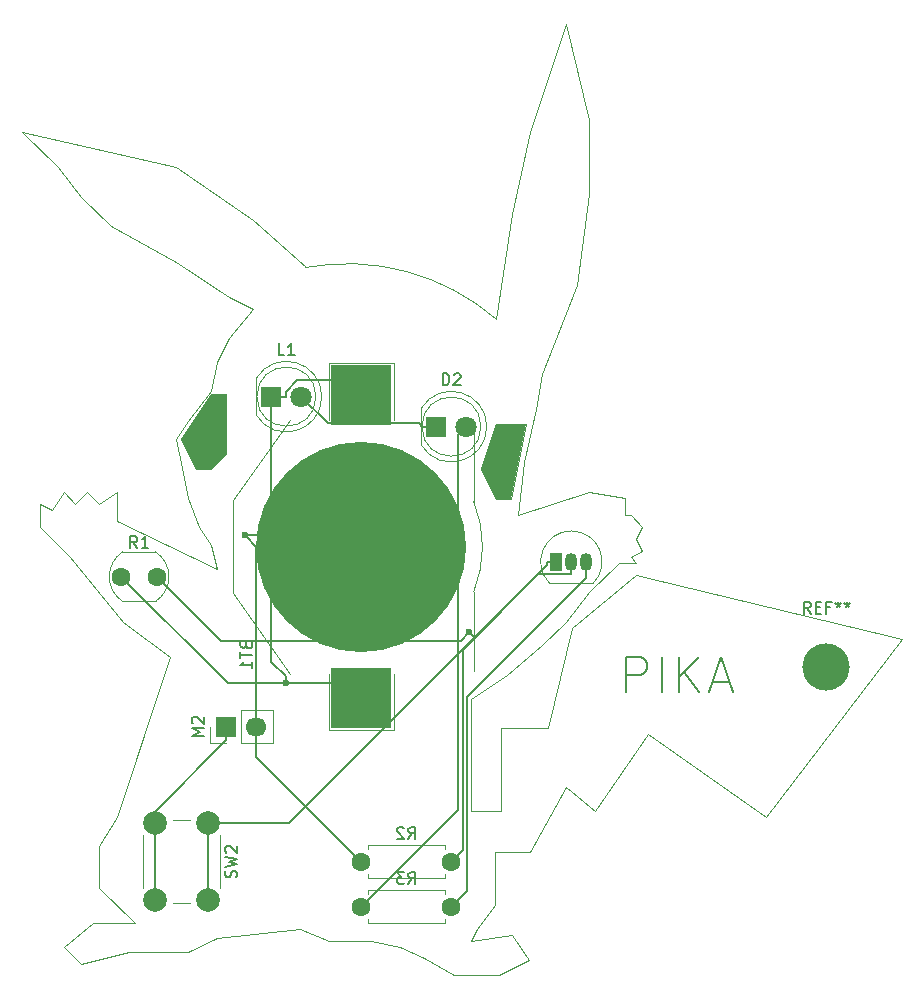
<source format=gbr>
%TF.GenerationSoftware,KiCad,Pcbnew,9.0.2*%
%TF.CreationDate,2025-06-20T04:28:53+05:30*%
%TF.ProjectId,HackSolder,4861636b-536f-46c6-9465-722e6b696361,rev?*%
%TF.SameCoordinates,Original*%
%TF.FileFunction,Soldermask,Bot*%
%TF.FilePolarity,Negative*%
%FSLAX46Y46*%
G04 Gerber Fmt 4.6, Leading zero omitted, Abs format (unit mm)*
G04 Created by KiCad (PCBNEW 9.0.2) date 2025-06-20 04:28:53*
%MOMM*%
%LPD*%
G01*
G04 APERTURE LIST*
%ADD10C,4.000000*%
%ADD11R,1.700000X1.700000*%
%ADD12C,1.700000*%
%ADD13C,1.600000*%
%ADD14C,2.000000*%
%ADD15O,1.050000X1.500000*%
%ADD16R,1.050000X1.500000*%
%ADD17C,1.800000*%
%ADD18R,1.800000X1.800000*%
%ADD19C,17.800000*%
%ADD20R,5.100000X5.100000*%
%TA.AperFunction,ComponentPad*%
%ADD21R,1.700000X1.700000*%
%TD*%
%TA.AperFunction,ComponentPad*%
%ADD22C,1.700000*%
%TD*%
%TA.AperFunction,ComponentPad*%
%ADD23C,1.600000*%
%TD*%
%TA.AperFunction,ComponentPad*%
%ADD24C,2.000000*%
%TD*%
%TA.AperFunction,ComponentPad*%
%ADD25O,1.050000X1.500000*%
%TD*%
%TA.AperFunction,ComponentPad*%
%ADD26R,1.050000X1.500000*%
%TD*%
%TA.AperFunction,ComponentPad*%
%ADD27C,1.800000*%
%TD*%
%TA.AperFunction,ComponentPad*%
%ADD28R,1.800000X1.800000*%
%TD*%
%TA.AperFunction,SMDPad,CuDef*%
%ADD29C,17.800000*%
%TD*%
%TA.AperFunction,SMDPad,CuDef*%
%ADD30R,5.100000X5.100000*%
%TD*%
%TA.AperFunction,ViaPad*%
%ADD31C,0.600000*%
%TD*%
%TA.AperFunction,Conductor*%
%ADD32C,0.200000*%
%TD*%
%ADD33C,0.150000*%
%ADD34C,0.120000*%
%ADD35C,0.200000*%
%ADD36C,0.100000*%
%TA.AperFunction,Profile*%
%ADD37C,0.050000*%
%TD*%
G04 APERTURE END LIST*
D10*
%TO.C,REF\u002A\u002A*%
X186715416Y-103092917D03*
%TD*%
D11*
%TO.C,M2*%
X135915416Y-108172917D03*
D12*
X138455416Y-108172917D03*
%TD*%
D13*
%TO.C,R1*%
X130025416Y-95472917D03*
X127025416Y-95472917D03*
%TD*%
D14*
%TO.C,SW2*%
X134355416Y-116352917D03*
X134355416Y-122852917D03*
X129855416Y-116352917D03*
X129855416Y-122852917D03*
%TD*%
D15*
%TO.C,Q1*%
X166395416Y-94202917D03*
X165125416Y-94202917D03*
D16*
X163855416Y-94202917D03*
%TD*%
D13*
%TO.C,R2*%
X147345416Y-119602917D03*
X154965416Y-119602917D03*
%TD*%
D17*
%TO.C,L1*%
X142265416Y-80232917D03*
D18*
X139725416Y-80232917D03*
%TD*%
D19*
%TO.C,BT1*%
X147345416Y-92932917D03*
D20*
X147345416Y-80132917D03*
X147345416Y-105732917D03*
%TD*%
D18*
%TO.C,D2*%
X153695416Y-82772917D03*
D17*
X156235416Y-82772917D03*
%TD*%
D13*
%TO.C,R3*%
X154965416Y-123412917D03*
X147345416Y-123412917D03*
%TD*%
D21*
%TO.P,M2,1,+*%
%TO.N,Net-(M2-+)*%
X135915416Y-108172917D03*
D22*
%TO.P,M2,2,-*%
%TO.N,GND*%
X138455416Y-108172917D03*
%TD*%
D23*
%TO.P,R1,2*%
%TO.N,Net-(Q1-B)*%
X130025416Y-95472917D03*
%TO.P,R1,1*%
%TO.N,Net-(BT1-+)*%
X127025416Y-95472917D03*
%TD*%
D24*
%TO.P,SW2,1,1*%
%TO.N,Net-(Q1-C)*%
X134355416Y-116352917D03*
X134355416Y-122852917D03*
%TO.P,SW2,2,2*%
%TO.N,Net-(M2-+)*%
X129855416Y-116352917D03*
X129855416Y-122852917D03*
%TD*%
D25*
%TO.P,Q1,3,E*%
%TO.N,Net-(Q1-E)*%
X166395416Y-94202917D03*
%TO.P,Q1,2,B*%
%TO.N,Net-(Q1-B)*%
X165125416Y-94202917D03*
D26*
%TO.P,Q1,1,C*%
%TO.N,Net-(Q1-C)*%
X163855416Y-94202917D03*
%TD*%
D23*
%TO.P,R2,2*%
%TO.N,GND*%
X147345416Y-119602917D03*
%TO.P,R2,1*%
%TO.N,Net-(Q1-B)*%
X154965416Y-119602917D03*
%TD*%
D27*
%TO.P,L1,2,A*%
%TO.N,Net-(D2-K)*%
X142265416Y-80232917D03*
D28*
%TO.P,L1,1,K*%
%TO.N,Net-(BT1-+)*%
X139725416Y-80232917D03*
%TD*%
D29*
%TO.P,BT1,2,-*%
%TO.N,GND*%
X147345416Y-92932917D03*
D30*
%TO.P,BT1,1,+*%
%TO.N,Net-(BT1-+)*%
X147345416Y-80132917D03*
X147345416Y-105732917D03*
%TD*%
D28*
%TO.P,D2,1,K*%
%TO.N,Net-(D2-K)*%
X153695416Y-82772917D03*
D27*
%TO.P,D2,2,A*%
%TO.N,Net-(D2-A)*%
X156235416Y-82772917D03*
%TD*%
D23*
%TO.P,R3,1*%
%TO.N,Net-(Q1-E)*%
X154965416Y-123412917D03*
%TO.P,R3,2*%
%TO.N,Net-(D2-A)*%
X147345416Y-123412917D03*
%TD*%
D31*
%TO.N,Net-(BT1-+)*%
X140945416Y-104462917D03*
%TO.N,GND*%
X137454416Y-91921617D03*
%TO.N,Net-(Q1-B)*%
X156475816Y-100198817D03*
%TD*%
D32*
%TO.N,GND*%
X147086716Y-91921617D02*
X147345416Y-91662917D01*
%TO.N,Net-(Q1-B)*%
X135477916Y-100925417D02*
X130025416Y-95472917D01*
%TO.N,Net-(BT1-+)*%
X139725416Y-80232917D02*
X140927116Y-80232917D01*
%TO.N,Net-(D2-K)*%
X152493716Y-82772917D02*
X152182016Y-82461217D01*
%TO.N,Net-(BT1-+)*%
X140945416Y-103880417D02*
X140945416Y-104462917D01*
X140927116Y-79857417D02*
X140927116Y-80232917D01*
X140945416Y-104462917D02*
X136015416Y-104462917D01*
%TO.N,GND*%
X137923616Y-92390817D02*
X137454416Y-91921617D01*
%TO.N,Net-(Q1-C)*%
X134355416Y-116352917D02*
X141172616Y-116352917D01*
X163028716Y-94496817D02*
X163028716Y-94202917D01*
X141172616Y-116352917D02*
X163028716Y-94496817D01*
%TO.N,Net-(BT1-+)*%
X147345416Y-104462917D02*
X140945416Y-104462917D01*
%TO.N,Net-(D2-K)*%
X144493716Y-82461217D02*
X142265416Y-80232917D01*
%TO.N,Net-(BT1-+)*%
X140945416Y-103880417D02*
X140945416Y-104462917D01*
%TO.N,Net-(D2-K)*%
X153695416Y-82772917D02*
X152493716Y-82772917D01*
X152182016Y-82461217D02*
X144493716Y-82461217D01*
%TO.N,Net-(Q1-C)*%
X163855416Y-94202917D02*
X163028716Y-94202917D01*
%TO.N,Net-(Q1-B)*%
X156475816Y-100198817D02*
X155749216Y-100925417D01*
X155749216Y-100925417D02*
X135477916Y-100925417D01*
%TO.N,Net-(BT1-+)*%
X136015416Y-104462917D02*
X127025416Y-95472917D01*
X147345416Y-78862917D02*
X141921616Y-78862917D01*
%TO.N,GND*%
X137454416Y-91921617D02*
X137923616Y-92390817D01*
%TO.N,Net-(BT1-+)*%
X141921616Y-78862917D02*
X140927116Y-79857417D01*
%TO.N,GND*%
X137454416Y-91921617D02*
X147086716Y-91921617D01*
%TD*%
D20*
%TO.C,BT1*%
X147345416Y-80132917D03*
X147345416Y-105732917D03*
%TD*%
D33*
X151322082Y-117687736D02*
X151655415Y-117211545D01*
X151893510Y-117687736D02*
X151893510Y-116687736D01*
X151893510Y-116687736D02*
X151512558Y-116687736D01*
X151512558Y-116687736D02*
X151417320Y-116735355D01*
X151417320Y-116735355D02*
X151369701Y-116782974D01*
X151369701Y-116782974D02*
X151322082Y-116878212D01*
X151322082Y-116878212D02*
X151322082Y-117021069D01*
X151322082Y-117021069D02*
X151369701Y-117116307D01*
X151369701Y-117116307D02*
X151417320Y-117163926D01*
X151417320Y-117163926D02*
X151512558Y-117211545D01*
X151512558Y-117211545D02*
X151893510Y-117211545D01*
X150941129Y-116782974D02*
X150893510Y-116735355D01*
X150893510Y-116735355D02*
X150798272Y-116687736D01*
X150798272Y-116687736D02*
X150560177Y-116687736D01*
X150560177Y-116687736D02*
X150464939Y-116735355D01*
X150464939Y-116735355D02*
X150417320Y-116782974D01*
X150417320Y-116782974D02*
X150369701Y-116878212D01*
X150369701Y-116878212D02*
X150369701Y-116973450D01*
X150369701Y-116973450D02*
X150417320Y-117116307D01*
X150417320Y-117116307D02*
X150988748Y-117687736D01*
X150988748Y-117687736D02*
X150369701Y-117687736D01*
X137576425Y-101297202D02*
X137624044Y-101440059D01*
X137624044Y-101440059D02*
X137671663Y-101487678D01*
X137671663Y-101487678D02*
X137766901Y-101535297D01*
X137766901Y-101535297D02*
X137909758Y-101535297D01*
X137909758Y-101535297D02*
X138004996Y-101487678D01*
X138004996Y-101487678D02*
X138052616Y-101440059D01*
X138052616Y-101440059D02*
X138100235Y-101344821D01*
X138100235Y-101344821D02*
X138100235Y-100963869D01*
X138100235Y-100963869D02*
X137100235Y-100963869D01*
X137100235Y-100963869D02*
X137100235Y-101297202D01*
X137100235Y-101297202D02*
X137147854Y-101392440D01*
X137147854Y-101392440D02*
X137195473Y-101440059D01*
X137195473Y-101440059D02*
X137290711Y-101487678D01*
X137290711Y-101487678D02*
X137385949Y-101487678D01*
X137385949Y-101487678D02*
X137481187Y-101440059D01*
X137481187Y-101440059D02*
X137528806Y-101392440D01*
X137528806Y-101392440D02*
X137576425Y-101297202D01*
X137576425Y-101297202D02*
X137576425Y-100963869D01*
X137100235Y-101821012D02*
X137100235Y-102392440D01*
X138100235Y-102106726D02*
X137100235Y-102106726D01*
X138100235Y-103249583D02*
X138100235Y-102678155D01*
X138100235Y-102963869D02*
X137100235Y-102963869D01*
X137100235Y-102963869D02*
X137243092Y-102868631D01*
X137243092Y-102868631D02*
X137338330Y-102773393D01*
X137338330Y-102773393D02*
X137385949Y-102678155D01*
X151322082Y-121497736D02*
X151655415Y-121021545D01*
X151893510Y-121497736D02*
X151893510Y-120497736D01*
X151893510Y-120497736D02*
X151512558Y-120497736D01*
X151512558Y-120497736D02*
X151417320Y-120545355D01*
X151417320Y-120545355D02*
X151369701Y-120592974D01*
X151369701Y-120592974D02*
X151322082Y-120688212D01*
X151322082Y-120688212D02*
X151322082Y-120831069D01*
X151322082Y-120831069D02*
X151369701Y-120926307D01*
X151369701Y-120926307D02*
X151417320Y-120973926D01*
X151417320Y-120973926D02*
X151512558Y-121021545D01*
X151512558Y-121021545D02*
X151893510Y-121021545D01*
X150988748Y-120497736D02*
X150369701Y-120497736D01*
X150369701Y-120497736D02*
X150703034Y-120878688D01*
X150703034Y-120878688D02*
X150560177Y-120878688D01*
X150560177Y-120878688D02*
X150464939Y-120926307D01*
X150464939Y-120926307D02*
X150417320Y-120973926D01*
X150417320Y-120973926D02*
X150369701Y-121069164D01*
X150369701Y-121069164D02*
X150369701Y-121307259D01*
X150369701Y-121307259D02*
X150417320Y-121402497D01*
X150417320Y-121402497D02*
X150464939Y-121450117D01*
X150464939Y-121450117D02*
X150560177Y-121497736D01*
X150560177Y-121497736D02*
X150845891Y-121497736D01*
X150845891Y-121497736D02*
X150941129Y-121450117D01*
X150941129Y-121450117D02*
X150988748Y-121402497D01*
D34*
%TO.C,R2*%
X147885416Y-120972917D02*
X147885416Y-120642917D01*
X147885416Y-118232917D02*
X147885416Y-118562917D01*
X154425416Y-120972917D02*
X147885416Y-120972917D01*
X154425416Y-120642917D02*
X154425416Y-120972917D01*
X154425416Y-118562917D02*
X154425416Y-118232917D01*
X154425416Y-118232917D02*
X147885416Y-118232917D01*
%TO.C,BT1*%
X156845416Y-89082917D02*
G75*
G02*
X156846880Y-96779302I-9500000J-3850000D01*
G01*
X144595416Y-77382917D02*
X150095416Y-77382917D01*
X150095416Y-77382917D02*
X150095416Y-82182917D01*
X144595416Y-82182917D02*
X144595416Y-77382917D01*
X156845416Y-82382917D02*
X156845416Y-89082917D01*
X136495416Y-88982917D02*
X141295416Y-82182917D01*
X136495416Y-96882917D02*
X136495416Y-88982917D01*
X156845416Y-103482917D02*
X156845416Y-96782917D01*
X150095416Y-103682917D02*
X150095416Y-108482917D01*
X141295416Y-103732917D02*
X136495416Y-96882917D01*
X144595416Y-108482917D02*
X144595416Y-103682917D01*
X150095416Y-108482917D02*
X144595416Y-108482917D01*
%TO.C,R3*%
X154425416Y-122042917D02*
X147885416Y-122042917D01*
X154425416Y-122372917D02*
X154425416Y-122042917D01*
X154425416Y-124452917D02*
X154425416Y-124782917D01*
X154425416Y-124782917D02*
X147885416Y-124782917D01*
X147885416Y-122042917D02*
X147885416Y-122372917D01*
X147885416Y-124782917D02*
X147885416Y-124452917D01*
%TD*%
D21*
%TO.P,M2,1,+*%
%TO.N,Net-(M2-+)*%
X135915416Y-108172917D03*
D22*
%TO.P,M2,2,-*%
%TO.N,GND*%
X138455416Y-108172917D03*
%TD*%
D23*
%TO.P,R1,2*%
%TO.N,Net-(Q1-B)*%
X130025416Y-95472917D03*
%TO.P,R1,1*%
%TO.N,Net-(BT1-+)*%
X127025416Y-95472917D03*
%TD*%
D24*
%TO.P,SW2,1,1*%
%TO.N,Net-(Q1-C)*%
X134355416Y-116352917D03*
X134355416Y-122852917D03*
%TO.P,SW2,2,2*%
%TO.N,Net-(M2-+)*%
X129855416Y-116352917D03*
X129855416Y-122852917D03*
%TD*%
D25*
%TO.P,Q1,3,E*%
%TO.N,Net-(Q1-E)*%
X166395416Y-94202917D03*
%TO.P,Q1,2,B*%
%TO.N,Net-(Q1-B)*%
X165125416Y-94202917D03*
D26*
%TO.P,Q1,1,C*%
%TO.N,Net-(Q1-C)*%
X163855416Y-94202917D03*
%TD*%
D23*
%TO.P,R2,2*%
%TO.N,GND*%
X147345416Y-119602917D03*
%TO.P,R2,1*%
%TO.N,Net-(Q1-B)*%
X154965416Y-119602917D03*
%TD*%
D27*
%TO.P,L1,2,A*%
%TO.N,Net-(D2-K)*%
X142265416Y-80232917D03*
D28*
%TO.P,L1,1,K*%
%TO.N,Net-(BT1-+)*%
X139725416Y-80232917D03*
%TD*%
%TO.P,D2,1,K*%
%TO.N,Net-(D2-K)*%
X153695416Y-82772917D03*
D27*
%TO.P,D2,2,A*%
%TO.N,Net-(D2-A)*%
X156235416Y-82772917D03*
%TD*%
D23*
%TO.P,R3,1*%
%TO.N,Net-(Q1-E)*%
X154965416Y-123412917D03*
%TO.P,R3,2*%
%TO.N,Net-(D2-A)*%
X147345416Y-123412917D03*
%TD*%
D31*
%TO.N,Net-(BT1-+)*%
X140945416Y-104462917D03*
%TO.N,GND*%
X137454416Y-91921617D03*
%TO.N,Net-(Q1-B)*%
X156475816Y-100198817D03*
%TD*%
D32*
%TO.N,Net-(Q1-B)*%
X156933816Y-100656817D02*
X156475816Y-100198817D01*
%TO.N,Net-(Q1-C)*%
X134355416Y-116352917D02*
X134355416Y-122852917D01*
%TO.N,Net-(BT1-+)*%
X139725416Y-80232917D02*
X139725416Y-102660417D01*
%TO.N,Net-(Q1-B)*%
X155918016Y-118650317D02*
X154965416Y-119602917D01*
%TO.N,Net-(M2-+)*%
X135915416Y-108172917D02*
X135915416Y-109324617D01*
%TO.N,GND*%
X137454416Y-91921617D02*
X137923616Y-92390817D01*
%TO.N,Net-(M2-+)*%
X135915416Y-109324617D02*
X129855416Y-115384617D01*
X129855416Y-115384617D02*
X129855416Y-116352917D01*
%TO.N,GND*%
X138455416Y-110712917D02*
X138455416Y-108172917D01*
%TO.N,Net-(Q1-B)*%
X165125416Y-95254617D02*
X162336016Y-95254617D01*
%TO.N,Net-(M2-+)*%
X129855416Y-116352917D02*
X129855416Y-122852917D01*
%TO.N,Net-(Q1-E)*%
X156319716Y-122058617D02*
X156319716Y-105635417D01*
%TO.N,GND*%
X137923616Y-92390817D02*
X137454416Y-91921617D01*
%TO.N,Net-(Q1-E)*%
X156319716Y-105635417D02*
X166395416Y-95559717D01*
%TO.N,Net-(D2-A)*%
X156235416Y-82772917D02*
X155516316Y-83492017D01*
%TO.N,Net-(Q1-E)*%
X166395416Y-95559717D02*
X166395416Y-94202917D01*
%TO.N,GND*%
X147345416Y-119602917D02*
X138455416Y-110712917D01*
X138455416Y-92922617D02*
X137454416Y-91921617D01*
%TO.N,Net-(D2-A)*%
X155516316Y-115242017D02*
X147345416Y-123412917D01*
%TO.N,Net-(Q1-E)*%
X154965416Y-123412917D02*
X156319716Y-122058617D01*
%TO.N,Net-(Q1-B)*%
X156933816Y-100656817D02*
X155918016Y-101672617D01*
%TO.N,Net-(BT1-+)*%
X140945416Y-103880417D02*
X140945416Y-104462917D01*
%TO.N,GND*%
X138455416Y-108172917D02*
X138455416Y-92922617D01*
%TO.N,Net-(Q1-B)*%
X162336016Y-95254617D02*
X156933816Y-100656817D01*
X155918016Y-101672617D02*
X155918016Y-118650317D01*
%TO.N,Net-(BT1-+)*%
X139725416Y-102660417D02*
X140945416Y-103880417D01*
%TO.N,Net-(D2-A)*%
X155516316Y-83492017D02*
X155516316Y-115242017D01*
%TO.N,Net-(Q1-B)*%
X165125416Y-94202917D02*
X165125416Y-95254617D01*
%TD*%
D10*
%TO.C,REF\u002A\u002A*%
X186715416Y-103092917D03*
%TD*%
D11*
%TO.C,M2*%
X135915416Y-108172917D03*
D12*
X138455416Y-108172917D03*
%TD*%
D13*
%TO.C,R1*%
X130025416Y-95472917D03*
X127025416Y-95472917D03*
%TD*%
D14*
%TO.C,SW2*%
X134355416Y-116352917D03*
X134355416Y-122852917D03*
X129855416Y-116352917D03*
X129855416Y-122852917D03*
%TD*%
D15*
%TO.C,Q1*%
X166395416Y-94202917D03*
X165125416Y-94202917D03*
D16*
X163855416Y-94202917D03*
%TD*%
D13*
%TO.C,R2*%
X147345416Y-119602917D03*
X154965416Y-119602917D03*
%TD*%
D17*
%TO.C,L1*%
X142265416Y-80232917D03*
D18*
X139725416Y-80232917D03*
%TD*%
%TO.C,D2*%
X153695416Y-82772917D03*
D17*
X156235416Y-82772917D03*
%TD*%
D13*
%TO.C,R3*%
X154965416Y-123412917D03*
X147345416Y-123412917D03*
%TD*%
D35*
X169781279Y-105255374D02*
X169781279Y-102255374D01*
X169781279Y-102255374D02*
X170924136Y-102255374D01*
X170924136Y-102255374D02*
X171209851Y-102398231D01*
X171209851Y-102398231D02*
X171352708Y-102541088D01*
X171352708Y-102541088D02*
X171495565Y-102826802D01*
X171495565Y-102826802D02*
X171495565Y-103255374D01*
X171495565Y-103255374D02*
X171352708Y-103541088D01*
X171352708Y-103541088D02*
X171209851Y-103683945D01*
X171209851Y-103683945D02*
X170924136Y-103826802D01*
X170924136Y-103826802D02*
X169781279Y-103826802D01*
X172781279Y-105255374D02*
X172781279Y-102255374D01*
X174209850Y-105255374D02*
X174209850Y-102255374D01*
X175924136Y-105255374D02*
X174638422Y-103541088D01*
X175924136Y-102255374D02*
X174209850Y-103969659D01*
X177066993Y-104398231D02*
X178495565Y-104398231D01*
X176781279Y-105255374D02*
X177781279Y-102255374D01*
X177781279Y-102255374D02*
X178781279Y-105255374D01*
D33*
X185382082Y-98597736D02*
X185048749Y-98121545D01*
X184810654Y-98597736D02*
X184810654Y-97597736D01*
X184810654Y-97597736D02*
X185191606Y-97597736D01*
X185191606Y-97597736D02*
X185286844Y-97645355D01*
X185286844Y-97645355D02*
X185334463Y-97692974D01*
X185334463Y-97692974D02*
X185382082Y-97788212D01*
X185382082Y-97788212D02*
X185382082Y-97931069D01*
X185382082Y-97931069D02*
X185334463Y-98026307D01*
X185334463Y-98026307D02*
X185286844Y-98073926D01*
X185286844Y-98073926D02*
X185191606Y-98121545D01*
X185191606Y-98121545D02*
X184810654Y-98121545D01*
X185810654Y-98073926D02*
X186143987Y-98073926D01*
X186286844Y-98597736D02*
X185810654Y-98597736D01*
X185810654Y-98597736D02*
X185810654Y-97597736D01*
X185810654Y-97597736D02*
X186286844Y-97597736D01*
X187048749Y-98073926D02*
X186715416Y-98073926D01*
X186715416Y-98597736D02*
X186715416Y-97597736D01*
X186715416Y-97597736D02*
X187191606Y-97597736D01*
X187715416Y-97597736D02*
X187715416Y-97835831D01*
X187477321Y-97740593D02*
X187715416Y-97835831D01*
X187715416Y-97835831D02*
X187953511Y-97740593D01*
X187572559Y-98026307D02*
X187715416Y-97835831D01*
X187715416Y-97835831D02*
X187858273Y-98026307D01*
X188477321Y-97597736D02*
X188477321Y-97835831D01*
X188239226Y-97740593D02*
X188477321Y-97835831D01*
X188477321Y-97835831D02*
X188715416Y-97740593D01*
X188334464Y-98026307D02*
X188477321Y-97835831D01*
X188477321Y-97835831D02*
X188620178Y-98026307D01*
X133990235Y-108982440D02*
X132990235Y-108982440D01*
X132990235Y-108982440D02*
X133704520Y-108649107D01*
X133704520Y-108649107D02*
X132990235Y-108315774D01*
X132990235Y-108315774D02*
X133990235Y-108315774D01*
X133085473Y-107887202D02*
X133037854Y-107839583D01*
X133037854Y-107839583D02*
X132990235Y-107744345D01*
X132990235Y-107744345D02*
X132990235Y-107506250D01*
X132990235Y-107506250D02*
X133037854Y-107411012D01*
X133037854Y-107411012D02*
X133085473Y-107363393D01*
X133085473Y-107363393D02*
X133180711Y-107315774D01*
X133180711Y-107315774D02*
X133275949Y-107315774D01*
X133275949Y-107315774D02*
X133418806Y-107363393D01*
X133418806Y-107363393D02*
X133990235Y-107934821D01*
X133990235Y-107934821D02*
X133990235Y-107315774D01*
X128358749Y-93027736D02*
X128025416Y-92551545D01*
X127787321Y-93027736D02*
X127787321Y-92027736D01*
X127787321Y-92027736D02*
X128168273Y-92027736D01*
X128168273Y-92027736D02*
X128263511Y-92075355D01*
X128263511Y-92075355D02*
X128311130Y-92122974D01*
X128311130Y-92122974D02*
X128358749Y-92218212D01*
X128358749Y-92218212D02*
X128358749Y-92361069D01*
X128358749Y-92361069D02*
X128311130Y-92456307D01*
X128311130Y-92456307D02*
X128263511Y-92503926D01*
X128263511Y-92503926D02*
X128168273Y-92551545D01*
X128168273Y-92551545D02*
X127787321Y-92551545D01*
X129311130Y-93027736D02*
X128739702Y-93027736D01*
X129025416Y-93027736D02*
X129025416Y-92027736D01*
X129025416Y-92027736D02*
X128930178Y-92170593D01*
X128930178Y-92170593D02*
X128834940Y-92265831D01*
X128834940Y-92265831D02*
X128739702Y-92313450D01*
X136762616Y-120936249D02*
X136810235Y-120793392D01*
X136810235Y-120793392D02*
X136810235Y-120555297D01*
X136810235Y-120555297D02*
X136762616Y-120460059D01*
X136762616Y-120460059D02*
X136714996Y-120412440D01*
X136714996Y-120412440D02*
X136619758Y-120364821D01*
X136619758Y-120364821D02*
X136524520Y-120364821D01*
X136524520Y-120364821D02*
X136429282Y-120412440D01*
X136429282Y-120412440D02*
X136381663Y-120460059D01*
X136381663Y-120460059D02*
X136334044Y-120555297D01*
X136334044Y-120555297D02*
X136286425Y-120745773D01*
X136286425Y-120745773D02*
X136238806Y-120841011D01*
X136238806Y-120841011D02*
X136191187Y-120888630D01*
X136191187Y-120888630D02*
X136095949Y-120936249D01*
X136095949Y-120936249D02*
X136000711Y-120936249D01*
X136000711Y-120936249D02*
X135905473Y-120888630D01*
X135905473Y-120888630D02*
X135857854Y-120841011D01*
X135857854Y-120841011D02*
X135810235Y-120745773D01*
X135810235Y-120745773D02*
X135810235Y-120507678D01*
X135810235Y-120507678D02*
X135857854Y-120364821D01*
X135810235Y-120031487D02*
X136810235Y-119793392D01*
X136810235Y-119793392D02*
X136095949Y-119602916D01*
X136095949Y-119602916D02*
X136810235Y-119412440D01*
X136810235Y-119412440D02*
X135810235Y-119174345D01*
X135905473Y-118841011D02*
X135857854Y-118793392D01*
X135857854Y-118793392D02*
X135810235Y-118698154D01*
X135810235Y-118698154D02*
X135810235Y-118460059D01*
X135810235Y-118460059D02*
X135857854Y-118364821D01*
X135857854Y-118364821D02*
X135905473Y-118317202D01*
X135905473Y-118317202D02*
X136000711Y-118269583D01*
X136000711Y-118269583D02*
X136095949Y-118269583D01*
X136095949Y-118269583D02*
X136238806Y-118317202D01*
X136238806Y-118317202D02*
X136810235Y-118888630D01*
X136810235Y-118888630D02*
X136810235Y-118269583D01*
X140828749Y-76727736D02*
X140352559Y-76727736D01*
X140352559Y-76727736D02*
X140352559Y-75727736D01*
X141685892Y-76727736D02*
X141114464Y-76727736D01*
X141400178Y-76727736D02*
X141400178Y-75727736D01*
X141400178Y-75727736D02*
X141304940Y-75870593D01*
X141304940Y-75870593D02*
X141209702Y-75965831D01*
X141209702Y-75965831D02*
X141114464Y-76013450D01*
X154227321Y-79267736D02*
X154227321Y-78267736D01*
X154227321Y-78267736D02*
X154465416Y-78267736D01*
X154465416Y-78267736D02*
X154608273Y-78315355D01*
X154608273Y-78315355D02*
X154703511Y-78410593D01*
X154703511Y-78410593D02*
X154751130Y-78505831D01*
X154751130Y-78505831D02*
X154798749Y-78696307D01*
X154798749Y-78696307D02*
X154798749Y-78839164D01*
X154798749Y-78839164D02*
X154751130Y-79029640D01*
X154751130Y-79029640D02*
X154703511Y-79124878D01*
X154703511Y-79124878D02*
X154608273Y-79220117D01*
X154608273Y-79220117D02*
X154465416Y-79267736D01*
X154465416Y-79267736D02*
X154227321Y-79267736D01*
X155179702Y-78362974D02*
X155227321Y-78315355D01*
X155227321Y-78315355D02*
X155322559Y-78267736D01*
X155322559Y-78267736D02*
X155560654Y-78267736D01*
X155560654Y-78267736D02*
X155655892Y-78315355D01*
X155655892Y-78315355D02*
X155703511Y-78362974D01*
X155703511Y-78362974D02*
X155751130Y-78458212D01*
X155751130Y-78458212D02*
X155751130Y-78553450D01*
X155751130Y-78553450D02*
X155703511Y-78696307D01*
X155703511Y-78696307D02*
X155132083Y-79267736D01*
X155132083Y-79267736D02*
X155751130Y-79267736D01*
D34*
%TO.C,M2*%
X134535416Y-109552917D02*
X134535416Y-108172917D01*
X135915416Y-109552917D02*
X134535416Y-109552917D01*
X137185416Y-109552917D02*
X139835416Y-109552917D01*
X137185416Y-109552917D02*
X137185416Y-106792917D01*
X139835416Y-109552917D02*
X139835416Y-106792917D01*
X137185416Y-106792917D02*
X139835416Y-106792917D01*
%TO.C,R1*%
X129925416Y-93372917D02*
G75*
G02*
X129911453Y-97582159I-1400000J-2100000D01*
G01*
X127125416Y-97572917D02*
G75*
G02*
X127139379Y-93363675I1400000J2100000D01*
G01*
X127125416Y-97572917D02*
X129925416Y-97572917D01*
X127125416Y-93372917D02*
X129925416Y-93372917D01*
%TO.C,SW2*%
X132855416Y-116102917D02*
X131355416Y-116102917D01*
X128855416Y-117352917D02*
X128855416Y-121852917D01*
X135355416Y-121852917D02*
X135355416Y-117352917D01*
X131355416Y-123102917D02*
X132855416Y-123102917D01*
%TO.C,Q1*%
X165125416Y-91602917D02*
G75*
G02*
X166963894Y-96041395I0J-2600000D01*
G01*
X163286938Y-96041395D02*
G75*
G02*
X165125416Y-91602916I1838478J1838478D01*
G01*
X163325416Y-96052917D02*
X166925416Y-96052917D01*
%TO.C,L1*%
X143495416Y-80232917D02*
G75*
G02*
X138495416Y-80232917I-2500000J0D01*
G01*
X138495416Y-80232917D02*
G75*
G02*
X143495416Y-80232917I2500000J0D01*
G01*
X143985416Y-80232917D02*
G75*
G02*
X138435416Y-81777747I-2990000J0D01*
G01*
X138435416Y-78688087D02*
G75*
G02*
X143985416Y-80232917I2560000J-1544830D01*
G01*
X138435416Y-78687917D02*
X138435416Y-81777917D01*
%TO.C,D2*%
X152405416Y-81227917D02*
X152405416Y-84317917D01*
X152405416Y-81228087D02*
G75*
G02*
X157955416Y-82772917I2560000J-1544830D01*
G01*
X157955416Y-82772917D02*
G75*
G02*
X152405416Y-84317747I-2990000J0D01*
G01*
X157465416Y-82772917D02*
G75*
G02*
X152465416Y-82772917I-2500000J0D01*
G01*
X152465416Y-82772917D02*
G75*
G02*
X157465416Y-82772917I2500000J0D01*
G01*
%TD*%
D36*
X150495000Y-90170000D02*
X153035000Y-90170000D01*
X144145000Y-96520000D02*
X144145000Y-91440000D01*
X153035000Y-90170000D02*
X151765000Y-92710000D01*
X144145000Y-91440000D02*
X151765000Y-92710000D01*
X142875000Y-88900000D02*
X147955000Y-88900000D01*
X149225000Y-96520000D02*
X147955000Y-97790000D01*
X144145000Y-91440000D02*
X142875000Y-88900000D01*
X147955000Y-97790000D02*
X146685000Y-99060000D01*
X151765000Y-92710000D02*
X150495000Y-93980000D01*
X146685000Y-99060000D02*
X144145000Y-96520000D01*
X147955000Y-88900000D02*
X150495000Y-90170000D01*
X150495000Y-93980000D02*
X149225000Y-96520000D01*
X146685000Y-93980000D02*
X146685000Y-96520000D01*
X150495000Y-90170000D02*
X153035000Y-90170000D01*
X151765000Y-92710000D01*
X150495000Y-93980000D01*
X149225000Y-96520000D01*
X146685000Y-99060000D01*
X144145000Y-96520000D01*
X144145000Y-91440000D01*
X142875000Y-88900000D01*
X147955000Y-88900000D01*
X150495000Y-90170000D01*
G36*
X150495000Y-90170000D02*
G01*
X153035000Y-90170000D01*
X151765000Y-92710000D01*
X150495000Y-93980000D01*
X149225000Y-96520000D01*
X146685000Y-99060000D01*
X144145000Y-96520000D01*
X144145000Y-91440000D01*
X142875000Y-88900000D01*
X147955000Y-88900000D01*
X150495000Y-90170000D01*
G37*
X160020000Y-88900000D02*
X158750000Y-88900000D01*
X157480000Y-86360000D01*
X158750000Y-82550000D01*
X161290000Y-82550000D01*
X160020000Y-88900000D01*
G36*
X160020000Y-88900000D02*
G01*
X158750000Y-88900000D01*
X157480000Y-86360000D01*
X158750000Y-82550000D01*
X161290000Y-82550000D01*
X160020000Y-88900000D01*
G37*
X135890000Y-85090000D02*
X134620000Y-86360000D01*
X133350000Y-86360000D01*
X132080000Y-83820000D01*
X134620000Y-80010000D01*
X135890000Y-80010000D01*
X135890000Y-85090000D01*
G36*
X135890000Y-85090000D02*
G01*
X134620000Y-86360000D01*
X133350000Y-86360000D01*
X132080000Y-83820000D01*
X134620000Y-80010000D01*
X135890000Y-80010000D01*
X135890000Y-85090000D01*
G37*
D37*
X123635416Y-63292917D02*
X121635416Y-60792917D01*
X127135416Y-99292917D02*
X122635416Y-93792917D01*
X144635416Y-126292917D02*
X142135416Y-125292917D01*
X135135416Y-94792917D02*
X134635416Y-92792917D01*
X123635416Y-128292917D02*
X122135416Y-126792917D01*
X166635416Y-88292917D02*
X169635416Y-88792917D01*
X164695416Y-48672917D02*
X166595416Y-56802917D01*
X130635416Y-103792917D02*
X131135416Y-102292917D01*
X131635416Y-60792917D02*
X138135416Y-65292917D01*
X161135416Y-85792917D02*
X160635416Y-90292917D01*
X132635416Y-82292917D02*
X134635416Y-79792917D01*
X165635416Y-70792917D02*
X166595416Y-63112917D01*
X160135416Y-64792917D02*
X161635416Y-57792917D01*
X152635416Y-127792917D02*
X150635416Y-126792917D01*
X124635416Y-124792917D02*
X128135416Y-124792917D01*
X125135416Y-118292917D02*
X126635416Y-115792917D01*
X163135416Y-108292917D02*
X165135416Y-99792917D01*
X136135416Y-75292917D02*
X138135416Y-72792917D01*
X160135416Y-125792917D02*
X161515416Y-127922917D01*
X120135416Y-89292917D02*
X121135416Y-89792917D01*
X162635416Y-101292917D02*
X159635416Y-103792917D01*
X170135416Y-90292917D02*
X171135416Y-91292917D01*
X169135416Y-94292917D02*
X166635416Y-96792917D01*
X127635416Y-127292917D02*
X123635416Y-128292917D01*
X166595416Y-63112917D02*
X166595416Y-56802917D01*
X158975416Y-129192917D02*
X155165416Y-129192917D01*
X159135416Y-115292917D02*
X159135416Y-108292917D01*
X134635416Y-79792917D02*
X135135416Y-77292917D01*
X121135416Y-89792917D02*
X122135416Y-88292917D01*
X171135416Y-91292917D02*
X170635416Y-92292917D01*
X125135416Y-89292917D02*
X126635416Y-88292917D01*
X126635416Y-88292917D02*
X126635416Y-90792917D01*
X161515416Y-127922917D02*
X158975416Y-129192917D01*
X122635416Y-93792917D02*
X120135416Y-91292917D01*
X156635416Y-109792917D02*
X156635416Y-115292917D01*
X152635416Y-127792917D02*
X155165416Y-129192917D01*
X161635416Y-57792917D02*
X164695416Y-48672917D01*
X170635416Y-92292917D02*
X171135416Y-93292917D01*
X126635416Y-90792917D02*
X135135416Y-94792917D01*
X156635416Y-126292917D02*
X160135416Y-125792917D01*
X142635416Y-69292917D02*
G75*
G02*
X158750000Y-73660000I3499999J-19000004D01*
G01*
X161635416Y-118792917D02*
X158635416Y-118792917D01*
X138135416Y-65292917D02*
X142635416Y-69292918D01*
X171635416Y-108792917D02*
X167135416Y-115292917D01*
X164635416Y-99292917D02*
X162635416Y-101292917D01*
X193135416Y-100792917D02*
X181635416Y-115792917D01*
X136108044Y-71779231D02*
X138135416Y-72792917D01*
X142135416Y-125292917D02*
X135135416Y-126042917D01*
X131635416Y-68792917D02*
X126135416Y-65792917D01*
X170635416Y-95292917D02*
X193135416Y-100792917D01*
X166635416Y-96792917D02*
X164635416Y-99292917D01*
X126635416Y-115792917D02*
X130635416Y-103792917D01*
X136108044Y-71779231D02*
X131635416Y-68792917D01*
X123135416Y-89292917D02*
X124135416Y-88292917D01*
X132635416Y-127292917D02*
X127635416Y-127292917D01*
X159635416Y-103792917D02*
X156635416Y-105792917D01*
X128135416Y-124792917D02*
X125135416Y-121792917D01*
X156635416Y-105792917D02*
X156635416Y-109792917D01*
X126135416Y-65792917D02*
X123635416Y-63292917D01*
X156635416Y-115292917D02*
X159135416Y-115292917D01*
X120135416Y-91292917D02*
X120135416Y-89292917D01*
X159135416Y-108292917D02*
X163135416Y-108292917D01*
X133635416Y-91292917D02*
X134635416Y-92792917D01*
X136135416Y-75292917D02*
X135135416Y-77292917D01*
X169635416Y-90292917D02*
X170135416Y-90292917D01*
X169635416Y-88792917D02*
X169635416Y-90292917D01*
X162135416Y-81292917D02*
X161135416Y-85792917D01*
X167135416Y-115292917D02*
X164635416Y-113292917D01*
X158635416Y-118792917D02*
X158635416Y-123292917D01*
X150635416Y-126792917D02*
X148135416Y-126292917D01*
X148135416Y-126292917D02*
X144635416Y-126292917D01*
X122135416Y-126792917D02*
X124635416Y-124792917D01*
X165135416Y-99792917D02*
X170635416Y-95292917D01*
X125135416Y-121792917D02*
X125135416Y-118292917D01*
X170635416Y-94292917D02*
X169135416Y-94292917D01*
X131135416Y-102292917D02*
X127135416Y-99292917D01*
X164635416Y-113292917D02*
X161635416Y-118792917D01*
X158635416Y-123292917D02*
X157135416Y-125292917D01*
X160635416Y-90292917D02*
X166635416Y-88292917D01*
X131635416Y-83792917D02*
X132135416Y-86292917D01*
X157135416Y-125292917D02*
X156635416Y-126292917D01*
X181635416Y-115792917D02*
X171635416Y-108792917D01*
X122135416Y-88292917D02*
X123135416Y-89292917D01*
X162635416Y-78292917D02*
X162135416Y-81292917D01*
X165635416Y-70792917D02*
X162635416Y-78292917D01*
X124135416Y-88292917D02*
X125135416Y-89292917D01*
X135135416Y-126042917D02*
X132635416Y-127292917D01*
X171135416Y-93292917D02*
X170135416Y-93792917D01*
X131635416Y-83792917D02*
X132635416Y-82292917D01*
X170135416Y-93792917D02*
X170635416Y-94292917D01*
X132635416Y-88792917D02*
X133635416Y-91292917D01*
X160135416Y-64792917D02*
X158750000Y-73660000D01*
X132635416Y-88792917D02*
X132135416Y-86292917D01*
X121635416Y-60792917D02*
X118635416Y-57792917D01*
X118635416Y-57792917D02*
X131635416Y-60792917D01*
M02*

</source>
